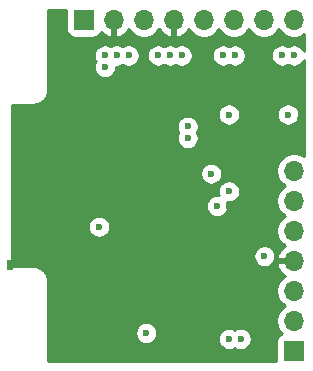
<source format=gbr>
G04 #@! TF.GenerationSoftware,KiCad,Pcbnew,(5.1.5)-3*
G04 #@! TF.CreationDate,2020-11-27T19:53:37+01:00*
G04 #@! TF.ProjectId,nRF52832-toyboard,6e524635-3238-4333-922d-746f79626f61,rev?*
G04 #@! TF.SameCoordinates,Original*
G04 #@! TF.FileFunction,Copper,L2,Inr*
G04 #@! TF.FilePolarity,Positive*
%FSLAX46Y46*%
G04 Gerber Fmt 4.6, Leading zero omitted, Abs format (unit mm)*
G04 Created by KiCad (PCBNEW (5.1.5)-3) date 2020-11-27 19:53:37*
%MOMM*%
%LPD*%
G04 APERTURE LIST*
%ADD10O,1.700000X1.700000*%
%ADD11R,1.700000X1.700000*%
%ADD12R,0.500000X0.900000*%
%ADD13C,0.600000*%
%ADD14C,0.254000*%
G04 APERTURE END LIST*
D10*
X154000000Y-98760000D03*
X154000000Y-101300000D03*
X154000000Y-103840000D03*
X154000000Y-106380000D03*
X154000000Y-108920000D03*
X154000000Y-111460000D03*
D11*
X154000000Y-114000000D03*
D10*
X154000000Y-86000000D03*
X151460000Y-86000000D03*
X148920000Y-86000000D03*
X146380000Y-86000000D03*
X143840000Y-86000000D03*
X141300000Y-86000000D03*
X138760000Y-86000000D03*
D11*
X136220000Y-86000000D03*
D12*
X130000000Y-106750000D03*
D13*
X133500000Y-114500000D03*
X133500000Y-109500000D03*
X133500000Y-85500000D03*
X133500000Y-88000000D03*
X130500000Y-93500000D03*
X130500000Y-97000000D03*
X130500000Y-99000000D03*
X130500000Y-101000000D03*
X130500000Y-103000000D03*
X154500000Y-91000000D03*
X154500000Y-92000000D03*
X149500000Y-91000000D03*
X149500000Y-92000000D03*
X130500000Y-95000000D03*
X150500000Y-110500000D03*
X151500000Y-111500000D03*
X151500000Y-112500000D03*
X150500000Y-109500000D03*
X136500000Y-108500000D03*
X136500000Y-109500000D03*
X143000000Y-111500000D03*
X143000000Y-112500000D03*
X151000000Y-104000000D03*
X151000000Y-96500000D03*
X148500000Y-106000000D03*
X145000000Y-91000000D03*
X145000000Y-92000000D03*
X145000000Y-93000000D03*
X145000000Y-94000000D03*
X148500000Y-101750000D03*
X134750000Y-111750000D03*
X140250000Y-114500000D03*
X146000000Y-105000000D03*
X133500000Y-105750000D03*
X134500000Y-106500000D03*
X135000000Y-104000000D03*
X136000000Y-105000000D03*
X134000000Y-103000000D03*
X132500000Y-103000000D03*
X131000000Y-106750000D03*
X133500000Y-112000000D03*
X136500000Y-107500000D03*
X132500000Y-106750000D03*
X139500000Y-88000000D03*
X138500000Y-88000000D03*
X135500000Y-95000000D03*
X134500000Y-95000000D03*
X146000000Y-106250000D03*
X146000000Y-107750000D03*
X142000000Y-105000000D03*
X142000000Y-106250000D03*
X143250000Y-106250000D03*
X144750000Y-106250000D03*
X144750000Y-105000000D03*
X143250000Y-105000000D03*
X146000000Y-109000000D03*
X142000000Y-109000000D03*
X142000000Y-107750000D03*
X143250000Y-107750000D03*
X144750000Y-107750000D03*
X144750000Y-109000000D03*
X143250000Y-109000000D03*
X142000000Y-114500000D03*
X149000000Y-114500000D03*
X151500000Y-114500000D03*
X154500000Y-96000000D03*
X154500000Y-94500000D03*
X135500000Y-107500000D03*
X144000000Y-88000000D03*
X143000000Y-88000000D03*
X137500000Y-103500000D03*
X145000000Y-95000000D03*
X145000000Y-96000000D03*
X148500000Y-94000000D03*
X153500000Y-94000000D03*
X141500000Y-112500000D03*
X148500000Y-113000000D03*
X149500000Y-113000000D03*
X147500000Y-101750000D03*
X140000000Y-89000000D03*
X139000000Y-89000000D03*
X138000000Y-89000000D03*
X138000000Y-90000000D03*
X143500000Y-89000000D03*
X144500000Y-89000000D03*
X142500000Y-89000000D03*
X154000000Y-89000000D03*
X153000000Y-89000000D03*
X148000000Y-89000000D03*
X149000000Y-89000000D03*
X151500000Y-106000000D03*
X148500000Y-100500000D03*
X147000000Y-99000000D03*
D14*
G36*
X134731928Y-86850000D02*
G01*
X134744188Y-86974482D01*
X134780498Y-87094180D01*
X134839463Y-87204494D01*
X134918815Y-87301185D01*
X135015506Y-87380537D01*
X135125820Y-87439502D01*
X135245518Y-87475812D01*
X135370000Y-87488072D01*
X137070000Y-87488072D01*
X137194482Y-87475812D01*
X137314180Y-87439502D01*
X137424494Y-87380537D01*
X137521185Y-87301185D01*
X137600537Y-87204494D01*
X137659502Y-87094180D01*
X137683966Y-87013534D01*
X137759731Y-87097588D01*
X137993080Y-87271641D01*
X138255901Y-87396825D01*
X138403110Y-87441476D01*
X138633000Y-87320155D01*
X138633000Y-86127000D01*
X138613000Y-86127000D01*
X138613000Y-85873000D01*
X138633000Y-85873000D01*
X138633000Y-85853000D01*
X138887000Y-85853000D01*
X138887000Y-85873000D01*
X138907000Y-85873000D01*
X138907000Y-86127000D01*
X138887000Y-86127000D01*
X138887000Y-87320155D01*
X139116890Y-87441476D01*
X139264099Y-87396825D01*
X139526920Y-87271641D01*
X139760269Y-87097588D01*
X139955178Y-86881355D01*
X140024805Y-86764466D01*
X140146525Y-86946632D01*
X140353368Y-87153475D01*
X140596589Y-87315990D01*
X140866842Y-87427932D01*
X141153740Y-87485000D01*
X141446260Y-87485000D01*
X141733158Y-87427932D01*
X142003411Y-87315990D01*
X142246632Y-87153475D01*
X142453475Y-86946632D01*
X142575195Y-86764466D01*
X142644822Y-86881355D01*
X142839731Y-87097588D01*
X143073080Y-87271641D01*
X143335901Y-87396825D01*
X143483110Y-87441476D01*
X143713000Y-87320155D01*
X143713000Y-86127000D01*
X143693000Y-86127000D01*
X143693000Y-85873000D01*
X143713000Y-85873000D01*
X143713000Y-85853000D01*
X143967000Y-85853000D01*
X143967000Y-85873000D01*
X143987000Y-85873000D01*
X143987000Y-86127000D01*
X143967000Y-86127000D01*
X143967000Y-87320155D01*
X144196890Y-87441476D01*
X144344099Y-87396825D01*
X144606920Y-87271641D01*
X144840269Y-87097588D01*
X145035178Y-86881355D01*
X145104805Y-86764466D01*
X145226525Y-86946632D01*
X145433368Y-87153475D01*
X145676589Y-87315990D01*
X145946842Y-87427932D01*
X146233740Y-87485000D01*
X146526260Y-87485000D01*
X146813158Y-87427932D01*
X147083411Y-87315990D01*
X147326632Y-87153475D01*
X147533475Y-86946632D01*
X147650000Y-86772240D01*
X147766525Y-86946632D01*
X147973368Y-87153475D01*
X148216589Y-87315990D01*
X148486842Y-87427932D01*
X148773740Y-87485000D01*
X149066260Y-87485000D01*
X149353158Y-87427932D01*
X149623411Y-87315990D01*
X149866632Y-87153475D01*
X150073475Y-86946632D01*
X150190000Y-86772240D01*
X150306525Y-86946632D01*
X150513368Y-87153475D01*
X150756589Y-87315990D01*
X151026842Y-87427932D01*
X151313740Y-87485000D01*
X151606260Y-87485000D01*
X151893158Y-87427932D01*
X152163411Y-87315990D01*
X152406632Y-87153475D01*
X152613475Y-86946632D01*
X152730000Y-86772240D01*
X152846525Y-86946632D01*
X153053368Y-87153475D01*
X153296589Y-87315990D01*
X153566842Y-87427932D01*
X153853740Y-87485000D01*
X154146260Y-87485000D01*
X154433158Y-87427932D01*
X154703411Y-87315990D01*
X154840001Y-87224724D01*
X154840001Y-88584669D01*
X154828586Y-88557111D01*
X154726262Y-88403972D01*
X154596028Y-88273738D01*
X154442889Y-88171414D01*
X154272729Y-88100932D01*
X154092089Y-88065000D01*
X153907911Y-88065000D01*
X153727271Y-88100932D01*
X153557111Y-88171414D01*
X153500000Y-88209574D01*
X153442889Y-88171414D01*
X153272729Y-88100932D01*
X153092089Y-88065000D01*
X152907911Y-88065000D01*
X152727271Y-88100932D01*
X152557111Y-88171414D01*
X152403972Y-88273738D01*
X152273738Y-88403972D01*
X152171414Y-88557111D01*
X152100932Y-88727271D01*
X152065000Y-88907911D01*
X152065000Y-89092089D01*
X152100932Y-89272729D01*
X152171414Y-89442889D01*
X152273738Y-89596028D01*
X152403972Y-89726262D01*
X152557111Y-89828586D01*
X152727271Y-89899068D01*
X152907911Y-89935000D01*
X153092089Y-89935000D01*
X153272729Y-89899068D01*
X153442889Y-89828586D01*
X153500000Y-89790426D01*
X153557111Y-89828586D01*
X153727271Y-89899068D01*
X153907911Y-89935000D01*
X154092089Y-89935000D01*
X154272729Y-89899068D01*
X154442889Y-89828586D01*
X154596028Y-89726262D01*
X154726262Y-89596028D01*
X154828586Y-89442889D01*
X154840001Y-89415331D01*
X154840001Y-97535276D01*
X154703411Y-97444010D01*
X154433158Y-97332068D01*
X154146260Y-97275000D01*
X153853740Y-97275000D01*
X153566842Y-97332068D01*
X153296589Y-97444010D01*
X153053368Y-97606525D01*
X152846525Y-97813368D01*
X152684010Y-98056589D01*
X152572068Y-98326842D01*
X152515000Y-98613740D01*
X152515000Y-98906260D01*
X152572068Y-99193158D01*
X152684010Y-99463411D01*
X152846525Y-99706632D01*
X153053368Y-99913475D01*
X153227760Y-100030000D01*
X153053368Y-100146525D01*
X152846525Y-100353368D01*
X152684010Y-100596589D01*
X152572068Y-100866842D01*
X152515000Y-101153740D01*
X152515000Y-101446260D01*
X152572068Y-101733158D01*
X152684010Y-102003411D01*
X152846525Y-102246632D01*
X153053368Y-102453475D01*
X153227760Y-102570000D01*
X153053368Y-102686525D01*
X152846525Y-102893368D01*
X152684010Y-103136589D01*
X152572068Y-103406842D01*
X152515000Y-103693740D01*
X152515000Y-103986260D01*
X152572068Y-104273158D01*
X152684010Y-104543411D01*
X152846525Y-104786632D01*
X153053368Y-104993475D01*
X153235534Y-105115195D01*
X153118645Y-105184822D01*
X152902412Y-105379731D01*
X152728359Y-105613080D01*
X152603175Y-105875901D01*
X152558524Y-106023110D01*
X152679845Y-106253000D01*
X153873000Y-106253000D01*
X153873000Y-106233000D01*
X154127000Y-106233000D01*
X154127000Y-106253000D01*
X154147000Y-106253000D01*
X154147000Y-106507000D01*
X154127000Y-106507000D01*
X154127000Y-106527000D01*
X153873000Y-106527000D01*
X153873000Y-106507000D01*
X152679845Y-106507000D01*
X152558524Y-106736890D01*
X152603175Y-106884099D01*
X152728359Y-107146920D01*
X152902412Y-107380269D01*
X153118645Y-107575178D01*
X153235534Y-107644805D01*
X153053368Y-107766525D01*
X152846525Y-107973368D01*
X152684010Y-108216589D01*
X152572068Y-108486842D01*
X152515000Y-108773740D01*
X152515000Y-109066260D01*
X152572068Y-109353158D01*
X152684010Y-109623411D01*
X152846525Y-109866632D01*
X153053368Y-110073475D01*
X153227760Y-110190000D01*
X153053368Y-110306525D01*
X152846525Y-110513368D01*
X152684010Y-110756589D01*
X152572068Y-111026842D01*
X152515000Y-111313740D01*
X152515000Y-111606260D01*
X152572068Y-111893158D01*
X152684010Y-112163411D01*
X152846525Y-112406632D01*
X152978380Y-112538487D01*
X152905820Y-112560498D01*
X152795506Y-112619463D01*
X152698815Y-112698815D01*
X152619463Y-112795506D01*
X152560498Y-112905820D01*
X152524188Y-113025518D01*
X152511928Y-113150000D01*
X152511928Y-114840000D01*
X133160000Y-114840000D01*
X133160000Y-112407911D01*
X140565000Y-112407911D01*
X140565000Y-112592089D01*
X140600932Y-112772729D01*
X140671414Y-112942889D01*
X140773738Y-113096028D01*
X140903972Y-113226262D01*
X141057111Y-113328586D01*
X141227271Y-113399068D01*
X141407911Y-113435000D01*
X141592089Y-113435000D01*
X141772729Y-113399068D01*
X141942889Y-113328586D01*
X142096028Y-113226262D01*
X142226262Y-113096028D01*
X142328586Y-112942889D01*
X142343074Y-112907911D01*
X147565000Y-112907911D01*
X147565000Y-113092089D01*
X147600932Y-113272729D01*
X147671414Y-113442889D01*
X147773738Y-113596028D01*
X147903972Y-113726262D01*
X148057111Y-113828586D01*
X148227271Y-113899068D01*
X148407911Y-113935000D01*
X148592089Y-113935000D01*
X148772729Y-113899068D01*
X148942889Y-113828586D01*
X149000000Y-113790426D01*
X149057111Y-113828586D01*
X149227271Y-113899068D01*
X149407911Y-113935000D01*
X149592089Y-113935000D01*
X149772729Y-113899068D01*
X149942889Y-113828586D01*
X150096028Y-113726262D01*
X150226262Y-113596028D01*
X150328586Y-113442889D01*
X150399068Y-113272729D01*
X150435000Y-113092089D01*
X150435000Y-112907911D01*
X150399068Y-112727271D01*
X150328586Y-112557111D01*
X150226262Y-112403972D01*
X150096028Y-112273738D01*
X149942889Y-112171414D01*
X149772729Y-112100932D01*
X149592089Y-112065000D01*
X149407911Y-112065000D01*
X149227271Y-112100932D01*
X149057111Y-112171414D01*
X149000000Y-112209574D01*
X148942889Y-112171414D01*
X148772729Y-112100932D01*
X148592089Y-112065000D01*
X148407911Y-112065000D01*
X148227271Y-112100932D01*
X148057111Y-112171414D01*
X147903972Y-112273738D01*
X147773738Y-112403972D01*
X147671414Y-112557111D01*
X147600932Y-112727271D01*
X147565000Y-112907911D01*
X142343074Y-112907911D01*
X142399068Y-112772729D01*
X142435000Y-112592089D01*
X142435000Y-112407911D01*
X142399068Y-112227271D01*
X142328586Y-112057111D01*
X142226262Y-111903972D01*
X142096028Y-111773738D01*
X141942889Y-111671414D01*
X141772729Y-111600932D01*
X141592089Y-111565000D01*
X141407911Y-111565000D01*
X141227271Y-111600932D01*
X141057111Y-111671414D01*
X140903972Y-111773738D01*
X140773738Y-111903972D01*
X140671414Y-112057111D01*
X140600932Y-112227271D01*
X140565000Y-112407911D01*
X133160000Y-112407911D01*
X133160000Y-107967581D01*
X133157251Y-107939671D01*
X133157272Y-107936693D01*
X133156373Y-107927522D01*
X133151311Y-107879360D01*
X133150450Y-107870617D01*
X133150362Y-107870325D01*
X133146173Y-107830473D01*
X133134140Y-107771854D01*
X133122936Y-107713116D01*
X133120272Y-107704294D01*
X133091416Y-107611075D01*
X133068238Y-107555937D01*
X133045825Y-107500463D01*
X133041498Y-107492327D01*
X132995085Y-107406489D01*
X132961645Y-107356913D01*
X132928881Y-107306844D01*
X132923057Y-107299703D01*
X132860855Y-107224514D01*
X132818406Y-107182361D01*
X132776561Y-107139629D01*
X132769460Y-107133755D01*
X132693839Y-107072079D01*
X132644034Y-107038988D01*
X132594650Y-107005174D01*
X132586544Y-107000792D01*
X132500383Y-106954980D01*
X132445091Y-106932191D01*
X132390102Y-106908622D01*
X132381299Y-106905897D01*
X132287881Y-106877692D01*
X132229174Y-106866067D01*
X132170684Y-106853635D01*
X132161530Y-106852673D01*
X132161524Y-106852672D01*
X132161519Y-106852672D01*
X132064402Y-106843150D01*
X132032419Y-106840000D01*
X130127000Y-106840000D01*
X130127000Y-105907911D01*
X150565000Y-105907911D01*
X150565000Y-106092089D01*
X150600932Y-106272729D01*
X150671414Y-106442889D01*
X150773738Y-106596028D01*
X150903972Y-106726262D01*
X151057111Y-106828586D01*
X151227271Y-106899068D01*
X151407911Y-106935000D01*
X151592089Y-106935000D01*
X151772729Y-106899068D01*
X151942889Y-106828586D01*
X152096028Y-106726262D01*
X152226262Y-106596028D01*
X152328586Y-106442889D01*
X152399068Y-106272729D01*
X152435000Y-106092089D01*
X152435000Y-105907911D01*
X152399068Y-105727271D01*
X152328586Y-105557111D01*
X152226262Y-105403972D01*
X152096028Y-105273738D01*
X151942889Y-105171414D01*
X151772729Y-105100932D01*
X151592089Y-105065000D01*
X151407911Y-105065000D01*
X151227271Y-105100932D01*
X151057111Y-105171414D01*
X150903972Y-105273738D01*
X150773738Y-105403972D01*
X150671414Y-105557111D01*
X150600932Y-105727271D01*
X150565000Y-105907911D01*
X130127000Y-105907911D01*
X130127000Y-103407911D01*
X136565000Y-103407911D01*
X136565000Y-103592089D01*
X136600932Y-103772729D01*
X136671414Y-103942889D01*
X136773738Y-104096028D01*
X136903972Y-104226262D01*
X137057111Y-104328586D01*
X137227271Y-104399068D01*
X137407911Y-104435000D01*
X137592089Y-104435000D01*
X137772729Y-104399068D01*
X137942889Y-104328586D01*
X138096028Y-104226262D01*
X138226262Y-104096028D01*
X138328586Y-103942889D01*
X138399068Y-103772729D01*
X138435000Y-103592089D01*
X138435000Y-103407911D01*
X138399068Y-103227271D01*
X138328586Y-103057111D01*
X138226262Y-102903972D01*
X138096028Y-102773738D01*
X137942889Y-102671414D01*
X137772729Y-102600932D01*
X137592089Y-102565000D01*
X137407911Y-102565000D01*
X137227271Y-102600932D01*
X137057111Y-102671414D01*
X136903972Y-102773738D01*
X136773738Y-102903972D01*
X136671414Y-103057111D01*
X136600932Y-103227271D01*
X136565000Y-103407911D01*
X130127000Y-103407911D01*
X130127000Y-101657911D01*
X146565000Y-101657911D01*
X146565000Y-101842089D01*
X146600932Y-102022729D01*
X146671414Y-102192889D01*
X146773738Y-102346028D01*
X146903972Y-102476262D01*
X147057111Y-102578586D01*
X147227271Y-102649068D01*
X147407911Y-102685000D01*
X147592089Y-102685000D01*
X147772729Y-102649068D01*
X147942889Y-102578586D01*
X148096028Y-102476262D01*
X148226262Y-102346028D01*
X148328586Y-102192889D01*
X148399068Y-102022729D01*
X148435000Y-101842089D01*
X148435000Y-101657911D01*
X148399068Y-101477271D01*
X148379193Y-101429288D01*
X148407911Y-101435000D01*
X148592089Y-101435000D01*
X148772729Y-101399068D01*
X148942889Y-101328586D01*
X149096028Y-101226262D01*
X149226262Y-101096028D01*
X149328586Y-100942889D01*
X149399068Y-100772729D01*
X149435000Y-100592089D01*
X149435000Y-100407911D01*
X149399068Y-100227271D01*
X149328586Y-100057111D01*
X149226262Y-99903972D01*
X149096028Y-99773738D01*
X148942889Y-99671414D01*
X148772729Y-99600932D01*
X148592089Y-99565000D01*
X148407911Y-99565000D01*
X148227271Y-99600932D01*
X148057111Y-99671414D01*
X147903972Y-99773738D01*
X147773738Y-99903972D01*
X147671414Y-100057111D01*
X147600932Y-100227271D01*
X147565000Y-100407911D01*
X147565000Y-100592089D01*
X147600932Y-100772729D01*
X147620807Y-100820712D01*
X147592089Y-100815000D01*
X147407911Y-100815000D01*
X147227271Y-100850932D01*
X147057111Y-100921414D01*
X146903972Y-101023738D01*
X146773738Y-101153972D01*
X146671414Y-101307111D01*
X146600932Y-101477271D01*
X146565000Y-101657911D01*
X130127000Y-101657911D01*
X130127000Y-98907911D01*
X146065000Y-98907911D01*
X146065000Y-99092089D01*
X146100932Y-99272729D01*
X146171414Y-99442889D01*
X146273738Y-99596028D01*
X146403972Y-99726262D01*
X146557111Y-99828586D01*
X146727271Y-99899068D01*
X146907911Y-99935000D01*
X147092089Y-99935000D01*
X147272729Y-99899068D01*
X147442889Y-99828586D01*
X147596028Y-99726262D01*
X147726262Y-99596028D01*
X147828586Y-99442889D01*
X147899068Y-99272729D01*
X147935000Y-99092089D01*
X147935000Y-98907911D01*
X147899068Y-98727271D01*
X147828586Y-98557111D01*
X147726262Y-98403972D01*
X147596028Y-98273738D01*
X147442889Y-98171414D01*
X147272729Y-98100932D01*
X147092089Y-98065000D01*
X146907911Y-98065000D01*
X146727271Y-98100932D01*
X146557111Y-98171414D01*
X146403972Y-98273738D01*
X146273738Y-98403972D01*
X146171414Y-98557111D01*
X146100932Y-98727271D01*
X146065000Y-98907911D01*
X130127000Y-98907911D01*
X130127000Y-94907911D01*
X144065000Y-94907911D01*
X144065000Y-95092089D01*
X144100932Y-95272729D01*
X144171414Y-95442889D01*
X144209574Y-95500000D01*
X144171414Y-95557111D01*
X144100932Y-95727271D01*
X144065000Y-95907911D01*
X144065000Y-96092089D01*
X144100932Y-96272729D01*
X144171414Y-96442889D01*
X144273738Y-96596028D01*
X144403972Y-96726262D01*
X144557111Y-96828586D01*
X144727271Y-96899068D01*
X144907911Y-96935000D01*
X145092089Y-96935000D01*
X145272729Y-96899068D01*
X145442889Y-96828586D01*
X145596028Y-96726262D01*
X145726262Y-96596028D01*
X145828586Y-96442889D01*
X145899068Y-96272729D01*
X145935000Y-96092089D01*
X145935000Y-95907911D01*
X145899068Y-95727271D01*
X145828586Y-95557111D01*
X145790426Y-95500000D01*
X145828586Y-95442889D01*
X145899068Y-95272729D01*
X145935000Y-95092089D01*
X145935000Y-94907911D01*
X145899068Y-94727271D01*
X145828586Y-94557111D01*
X145726262Y-94403972D01*
X145596028Y-94273738D01*
X145442889Y-94171414D01*
X145272729Y-94100932D01*
X145092089Y-94065000D01*
X144907911Y-94065000D01*
X144727271Y-94100932D01*
X144557111Y-94171414D01*
X144403972Y-94273738D01*
X144273738Y-94403972D01*
X144171414Y-94557111D01*
X144100932Y-94727271D01*
X144065000Y-94907911D01*
X130127000Y-94907911D01*
X130127000Y-93907911D01*
X147565000Y-93907911D01*
X147565000Y-94092089D01*
X147600932Y-94272729D01*
X147671414Y-94442889D01*
X147773738Y-94596028D01*
X147903972Y-94726262D01*
X148057111Y-94828586D01*
X148227271Y-94899068D01*
X148407911Y-94935000D01*
X148592089Y-94935000D01*
X148772729Y-94899068D01*
X148942889Y-94828586D01*
X149096028Y-94726262D01*
X149226262Y-94596028D01*
X149328586Y-94442889D01*
X149399068Y-94272729D01*
X149435000Y-94092089D01*
X149435000Y-93907911D01*
X152565000Y-93907911D01*
X152565000Y-94092089D01*
X152600932Y-94272729D01*
X152671414Y-94442889D01*
X152773738Y-94596028D01*
X152903972Y-94726262D01*
X153057111Y-94828586D01*
X153227271Y-94899068D01*
X153407911Y-94935000D01*
X153592089Y-94935000D01*
X153772729Y-94899068D01*
X153942889Y-94828586D01*
X154096028Y-94726262D01*
X154226262Y-94596028D01*
X154328586Y-94442889D01*
X154399068Y-94272729D01*
X154435000Y-94092089D01*
X154435000Y-93907911D01*
X154399068Y-93727271D01*
X154328586Y-93557111D01*
X154226262Y-93403972D01*
X154096028Y-93273738D01*
X153942889Y-93171414D01*
X153772729Y-93100932D01*
X153592089Y-93065000D01*
X153407911Y-93065000D01*
X153227271Y-93100932D01*
X153057111Y-93171414D01*
X152903972Y-93273738D01*
X152773738Y-93403972D01*
X152671414Y-93557111D01*
X152600932Y-93727271D01*
X152565000Y-93907911D01*
X149435000Y-93907911D01*
X149399068Y-93727271D01*
X149328586Y-93557111D01*
X149226262Y-93403972D01*
X149096028Y-93273738D01*
X148942889Y-93171414D01*
X148772729Y-93100932D01*
X148592089Y-93065000D01*
X148407911Y-93065000D01*
X148227271Y-93100932D01*
X148057111Y-93171414D01*
X147903972Y-93273738D01*
X147773738Y-93403972D01*
X147671414Y-93557111D01*
X147600932Y-93727271D01*
X147565000Y-93907911D01*
X130127000Y-93907911D01*
X130127000Y-93160000D01*
X132032419Y-93160000D01*
X132060329Y-93157251D01*
X132063308Y-93157272D01*
X132072479Y-93156373D01*
X132120648Y-93151310D01*
X132129383Y-93150450D01*
X132129674Y-93150362D01*
X132169527Y-93146173D01*
X132228152Y-93134139D01*
X132286884Y-93122936D01*
X132295706Y-93120272D01*
X132388925Y-93091416D01*
X132444075Y-93068233D01*
X132499537Y-93045825D01*
X132507666Y-93041502D01*
X132507670Y-93041500D01*
X132507673Y-93041498D01*
X132593511Y-92995086D01*
X132643098Y-92961638D01*
X132693156Y-92928881D01*
X132700297Y-92923057D01*
X132775486Y-92860855D01*
X132817639Y-92818406D01*
X132860371Y-92776561D01*
X132866245Y-92769460D01*
X132927921Y-92693840D01*
X132961052Y-92643975D01*
X132994825Y-92594650D01*
X132999208Y-92586544D01*
X133045020Y-92500383D01*
X133067809Y-92445091D01*
X133091378Y-92390102D01*
X133094103Y-92381299D01*
X133122308Y-92287881D01*
X133133933Y-92229174D01*
X133146365Y-92170684D01*
X133147327Y-92161530D01*
X133147328Y-92161524D01*
X133147328Y-92161519D01*
X133156850Y-92064402D01*
X133160000Y-92032419D01*
X133160000Y-88907911D01*
X137065000Y-88907911D01*
X137065000Y-89092089D01*
X137100932Y-89272729D01*
X137171414Y-89442889D01*
X137209574Y-89500000D01*
X137171414Y-89557111D01*
X137100932Y-89727271D01*
X137065000Y-89907911D01*
X137065000Y-90092089D01*
X137100932Y-90272729D01*
X137171414Y-90442889D01*
X137273738Y-90596028D01*
X137403972Y-90726262D01*
X137557111Y-90828586D01*
X137727271Y-90899068D01*
X137907911Y-90935000D01*
X138092089Y-90935000D01*
X138272729Y-90899068D01*
X138442889Y-90828586D01*
X138596028Y-90726262D01*
X138726262Y-90596028D01*
X138828586Y-90442889D01*
X138899068Y-90272729D01*
X138935000Y-90092089D01*
X138935000Y-89935000D01*
X139092089Y-89935000D01*
X139272729Y-89899068D01*
X139442889Y-89828586D01*
X139500000Y-89790426D01*
X139557111Y-89828586D01*
X139727271Y-89899068D01*
X139907911Y-89935000D01*
X140092089Y-89935000D01*
X140272729Y-89899068D01*
X140442889Y-89828586D01*
X140596028Y-89726262D01*
X140726262Y-89596028D01*
X140828586Y-89442889D01*
X140899068Y-89272729D01*
X140935000Y-89092089D01*
X140935000Y-88907911D01*
X141565000Y-88907911D01*
X141565000Y-89092089D01*
X141600932Y-89272729D01*
X141671414Y-89442889D01*
X141773738Y-89596028D01*
X141903972Y-89726262D01*
X142057111Y-89828586D01*
X142227271Y-89899068D01*
X142407911Y-89935000D01*
X142592089Y-89935000D01*
X142772729Y-89899068D01*
X142942889Y-89828586D01*
X143000000Y-89790426D01*
X143057111Y-89828586D01*
X143227271Y-89899068D01*
X143407911Y-89935000D01*
X143592089Y-89935000D01*
X143772729Y-89899068D01*
X143942889Y-89828586D01*
X144000000Y-89790426D01*
X144057111Y-89828586D01*
X144227271Y-89899068D01*
X144407911Y-89935000D01*
X144592089Y-89935000D01*
X144772729Y-89899068D01*
X144942889Y-89828586D01*
X145096028Y-89726262D01*
X145226262Y-89596028D01*
X145328586Y-89442889D01*
X145399068Y-89272729D01*
X145435000Y-89092089D01*
X145435000Y-88907911D01*
X147065000Y-88907911D01*
X147065000Y-89092089D01*
X147100932Y-89272729D01*
X147171414Y-89442889D01*
X147273738Y-89596028D01*
X147403972Y-89726262D01*
X147557111Y-89828586D01*
X147727271Y-89899068D01*
X147907911Y-89935000D01*
X148092089Y-89935000D01*
X148272729Y-89899068D01*
X148442889Y-89828586D01*
X148500000Y-89790426D01*
X148557111Y-89828586D01*
X148727271Y-89899068D01*
X148907911Y-89935000D01*
X149092089Y-89935000D01*
X149272729Y-89899068D01*
X149442889Y-89828586D01*
X149596028Y-89726262D01*
X149726262Y-89596028D01*
X149828586Y-89442889D01*
X149899068Y-89272729D01*
X149935000Y-89092089D01*
X149935000Y-88907911D01*
X149899068Y-88727271D01*
X149828586Y-88557111D01*
X149726262Y-88403972D01*
X149596028Y-88273738D01*
X149442889Y-88171414D01*
X149272729Y-88100932D01*
X149092089Y-88065000D01*
X148907911Y-88065000D01*
X148727271Y-88100932D01*
X148557111Y-88171414D01*
X148500000Y-88209574D01*
X148442889Y-88171414D01*
X148272729Y-88100932D01*
X148092089Y-88065000D01*
X147907911Y-88065000D01*
X147727271Y-88100932D01*
X147557111Y-88171414D01*
X147403972Y-88273738D01*
X147273738Y-88403972D01*
X147171414Y-88557111D01*
X147100932Y-88727271D01*
X147065000Y-88907911D01*
X145435000Y-88907911D01*
X145399068Y-88727271D01*
X145328586Y-88557111D01*
X145226262Y-88403972D01*
X145096028Y-88273738D01*
X144942889Y-88171414D01*
X144772729Y-88100932D01*
X144592089Y-88065000D01*
X144407911Y-88065000D01*
X144227271Y-88100932D01*
X144057111Y-88171414D01*
X144000000Y-88209574D01*
X143942889Y-88171414D01*
X143772729Y-88100932D01*
X143592089Y-88065000D01*
X143407911Y-88065000D01*
X143227271Y-88100932D01*
X143057111Y-88171414D01*
X143000000Y-88209574D01*
X142942889Y-88171414D01*
X142772729Y-88100932D01*
X142592089Y-88065000D01*
X142407911Y-88065000D01*
X142227271Y-88100932D01*
X142057111Y-88171414D01*
X141903972Y-88273738D01*
X141773738Y-88403972D01*
X141671414Y-88557111D01*
X141600932Y-88727271D01*
X141565000Y-88907911D01*
X140935000Y-88907911D01*
X140899068Y-88727271D01*
X140828586Y-88557111D01*
X140726262Y-88403972D01*
X140596028Y-88273738D01*
X140442889Y-88171414D01*
X140272729Y-88100932D01*
X140092089Y-88065000D01*
X139907911Y-88065000D01*
X139727271Y-88100932D01*
X139557111Y-88171414D01*
X139500000Y-88209574D01*
X139442889Y-88171414D01*
X139272729Y-88100932D01*
X139092089Y-88065000D01*
X138907911Y-88065000D01*
X138727271Y-88100932D01*
X138557111Y-88171414D01*
X138500000Y-88209574D01*
X138442889Y-88171414D01*
X138272729Y-88100932D01*
X138092089Y-88065000D01*
X137907911Y-88065000D01*
X137727271Y-88100932D01*
X137557111Y-88171414D01*
X137403972Y-88273738D01*
X137273738Y-88403972D01*
X137171414Y-88557111D01*
X137100932Y-88727271D01*
X137065000Y-88907911D01*
X133160000Y-88907911D01*
X133160000Y-85160000D01*
X134731928Y-85160000D01*
X134731928Y-86850000D01*
G37*
X134731928Y-86850000D02*
X134744188Y-86974482D01*
X134780498Y-87094180D01*
X134839463Y-87204494D01*
X134918815Y-87301185D01*
X135015506Y-87380537D01*
X135125820Y-87439502D01*
X135245518Y-87475812D01*
X135370000Y-87488072D01*
X137070000Y-87488072D01*
X137194482Y-87475812D01*
X137314180Y-87439502D01*
X137424494Y-87380537D01*
X137521185Y-87301185D01*
X137600537Y-87204494D01*
X137659502Y-87094180D01*
X137683966Y-87013534D01*
X137759731Y-87097588D01*
X137993080Y-87271641D01*
X138255901Y-87396825D01*
X138403110Y-87441476D01*
X138633000Y-87320155D01*
X138633000Y-86127000D01*
X138613000Y-86127000D01*
X138613000Y-85873000D01*
X138633000Y-85873000D01*
X138633000Y-85853000D01*
X138887000Y-85853000D01*
X138887000Y-85873000D01*
X138907000Y-85873000D01*
X138907000Y-86127000D01*
X138887000Y-86127000D01*
X138887000Y-87320155D01*
X139116890Y-87441476D01*
X139264099Y-87396825D01*
X139526920Y-87271641D01*
X139760269Y-87097588D01*
X139955178Y-86881355D01*
X140024805Y-86764466D01*
X140146525Y-86946632D01*
X140353368Y-87153475D01*
X140596589Y-87315990D01*
X140866842Y-87427932D01*
X141153740Y-87485000D01*
X141446260Y-87485000D01*
X141733158Y-87427932D01*
X142003411Y-87315990D01*
X142246632Y-87153475D01*
X142453475Y-86946632D01*
X142575195Y-86764466D01*
X142644822Y-86881355D01*
X142839731Y-87097588D01*
X143073080Y-87271641D01*
X143335901Y-87396825D01*
X143483110Y-87441476D01*
X143713000Y-87320155D01*
X143713000Y-86127000D01*
X143693000Y-86127000D01*
X143693000Y-85873000D01*
X143713000Y-85873000D01*
X143713000Y-85853000D01*
X143967000Y-85853000D01*
X143967000Y-85873000D01*
X143987000Y-85873000D01*
X143987000Y-86127000D01*
X143967000Y-86127000D01*
X143967000Y-87320155D01*
X144196890Y-87441476D01*
X144344099Y-87396825D01*
X144606920Y-87271641D01*
X144840269Y-87097588D01*
X145035178Y-86881355D01*
X145104805Y-86764466D01*
X145226525Y-86946632D01*
X145433368Y-87153475D01*
X145676589Y-87315990D01*
X145946842Y-87427932D01*
X146233740Y-87485000D01*
X146526260Y-87485000D01*
X146813158Y-87427932D01*
X147083411Y-87315990D01*
X147326632Y-87153475D01*
X147533475Y-86946632D01*
X147650000Y-86772240D01*
X147766525Y-86946632D01*
X147973368Y-87153475D01*
X148216589Y-87315990D01*
X148486842Y-87427932D01*
X148773740Y-87485000D01*
X149066260Y-87485000D01*
X149353158Y-87427932D01*
X149623411Y-87315990D01*
X149866632Y-87153475D01*
X150073475Y-86946632D01*
X150190000Y-86772240D01*
X150306525Y-86946632D01*
X150513368Y-87153475D01*
X150756589Y-87315990D01*
X151026842Y-87427932D01*
X151313740Y-87485000D01*
X151606260Y-87485000D01*
X151893158Y-87427932D01*
X152163411Y-87315990D01*
X152406632Y-87153475D01*
X152613475Y-86946632D01*
X152730000Y-86772240D01*
X152846525Y-86946632D01*
X153053368Y-87153475D01*
X153296589Y-87315990D01*
X153566842Y-87427932D01*
X153853740Y-87485000D01*
X154146260Y-87485000D01*
X154433158Y-87427932D01*
X154703411Y-87315990D01*
X154840001Y-87224724D01*
X154840001Y-88584669D01*
X154828586Y-88557111D01*
X154726262Y-88403972D01*
X154596028Y-88273738D01*
X154442889Y-88171414D01*
X154272729Y-88100932D01*
X154092089Y-88065000D01*
X153907911Y-88065000D01*
X153727271Y-88100932D01*
X153557111Y-88171414D01*
X153500000Y-88209574D01*
X153442889Y-88171414D01*
X153272729Y-88100932D01*
X153092089Y-88065000D01*
X152907911Y-88065000D01*
X152727271Y-88100932D01*
X152557111Y-88171414D01*
X152403972Y-88273738D01*
X152273738Y-88403972D01*
X152171414Y-88557111D01*
X152100932Y-88727271D01*
X152065000Y-88907911D01*
X152065000Y-89092089D01*
X152100932Y-89272729D01*
X152171414Y-89442889D01*
X152273738Y-89596028D01*
X152403972Y-89726262D01*
X152557111Y-89828586D01*
X152727271Y-89899068D01*
X152907911Y-89935000D01*
X153092089Y-89935000D01*
X153272729Y-89899068D01*
X153442889Y-89828586D01*
X153500000Y-89790426D01*
X153557111Y-89828586D01*
X153727271Y-89899068D01*
X153907911Y-89935000D01*
X154092089Y-89935000D01*
X154272729Y-89899068D01*
X154442889Y-89828586D01*
X154596028Y-89726262D01*
X154726262Y-89596028D01*
X154828586Y-89442889D01*
X154840001Y-89415331D01*
X154840001Y-97535276D01*
X154703411Y-97444010D01*
X154433158Y-97332068D01*
X154146260Y-97275000D01*
X153853740Y-97275000D01*
X153566842Y-97332068D01*
X153296589Y-97444010D01*
X153053368Y-97606525D01*
X152846525Y-97813368D01*
X152684010Y-98056589D01*
X152572068Y-98326842D01*
X152515000Y-98613740D01*
X152515000Y-98906260D01*
X152572068Y-99193158D01*
X152684010Y-99463411D01*
X152846525Y-99706632D01*
X153053368Y-99913475D01*
X153227760Y-100030000D01*
X153053368Y-100146525D01*
X152846525Y-100353368D01*
X152684010Y-100596589D01*
X152572068Y-100866842D01*
X152515000Y-101153740D01*
X152515000Y-101446260D01*
X152572068Y-101733158D01*
X152684010Y-102003411D01*
X152846525Y-102246632D01*
X153053368Y-102453475D01*
X153227760Y-102570000D01*
X153053368Y-102686525D01*
X152846525Y-102893368D01*
X152684010Y-103136589D01*
X152572068Y-103406842D01*
X152515000Y-103693740D01*
X152515000Y-103986260D01*
X152572068Y-104273158D01*
X152684010Y-104543411D01*
X152846525Y-104786632D01*
X153053368Y-104993475D01*
X153235534Y-105115195D01*
X153118645Y-105184822D01*
X152902412Y-105379731D01*
X152728359Y-105613080D01*
X152603175Y-105875901D01*
X152558524Y-106023110D01*
X152679845Y-106253000D01*
X153873000Y-106253000D01*
X153873000Y-106233000D01*
X154127000Y-106233000D01*
X154127000Y-106253000D01*
X154147000Y-106253000D01*
X154147000Y-106507000D01*
X154127000Y-106507000D01*
X154127000Y-106527000D01*
X153873000Y-106527000D01*
X153873000Y-106507000D01*
X152679845Y-106507000D01*
X152558524Y-106736890D01*
X152603175Y-106884099D01*
X152728359Y-107146920D01*
X152902412Y-107380269D01*
X153118645Y-107575178D01*
X153235534Y-107644805D01*
X153053368Y-107766525D01*
X152846525Y-107973368D01*
X152684010Y-108216589D01*
X152572068Y-108486842D01*
X152515000Y-108773740D01*
X152515000Y-109066260D01*
X152572068Y-109353158D01*
X152684010Y-109623411D01*
X152846525Y-109866632D01*
X153053368Y-110073475D01*
X153227760Y-110190000D01*
X153053368Y-110306525D01*
X152846525Y-110513368D01*
X152684010Y-110756589D01*
X152572068Y-111026842D01*
X152515000Y-111313740D01*
X152515000Y-111606260D01*
X152572068Y-111893158D01*
X152684010Y-112163411D01*
X152846525Y-112406632D01*
X152978380Y-112538487D01*
X152905820Y-112560498D01*
X152795506Y-112619463D01*
X152698815Y-112698815D01*
X152619463Y-112795506D01*
X152560498Y-112905820D01*
X152524188Y-113025518D01*
X152511928Y-113150000D01*
X152511928Y-114840000D01*
X133160000Y-114840000D01*
X133160000Y-112407911D01*
X140565000Y-112407911D01*
X140565000Y-112592089D01*
X140600932Y-112772729D01*
X140671414Y-112942889D01*
X140773738Y-113096028D01*
X140903972Y-113226262D01*
X141057111Y-113328586D01*
X141227271Y-113399068D01*
X141407911Y-113435000D01*
X141592089Y-113435000D01*
X141772729Y-113399068D01*
X141942889Y-113328586D01*
X142096028Y-113226262D01*
X142226262Y-113096028D01*
X142328586Y-112942889D01*
X142343074Y-112907911D01*
X147565000Y-112907911D01*
X147565000Y-113092089D01*
X147600932Y-113272729D01*
X147671414Y-113442889D01*
X147773738Y-113596028D01*
X147903972Y-113726262D01*
X148057111Y-113828586D01*
X148227271Y-113899068D01*
X148407911Y-113935000D01*
X148592089Y-113935000D01*
X148772729Y-113899068D01*
X148942889Y-113828586D01*
X149000000Y-113790426D01*
X149057111Y-113828586D01*
X149227271Y-113899068D01*
X149407911Y-113935000D01*
X149592089Y-113935000D01*
X149772729Y-113899068D01*
X149942889Y-113828586D01*
X150096028Y-113726262D01*
X150226262Y-113596028D01*
X150328586Y-113442889D01*
X150399068Y-113272729D01*
X150435000Y-113092089D01*
X150435000Y-112907911D01*
X150399068Y-112727271D01*
X150328586Y-112557111D01*
X150226262Y-112403972D01*
X150096028Y-112273738D01*
X149942889Y-112171414D01*
X149772729Y-112100932D01*
X149592089Y-112065000D01*
X149407911Y-112065000D01*
X149227271Y-112100932D01*
X149057111Y-112171414D01*
X149000000Y-112209574D01*
X148942889Y-112171414D01*
X148772729Y-112100932D01*
X148592089Y-112065000D01*
X148407911Y-112065000D01*
X148227271Y-112100932D01*
X148057111Y-112171414D01*
X147903972Y-112273738D01*
X147773738Y-112403972D01*
X147671414Y-112557111D01*
X147600932Y-112727271D01*
X147565000Y-112907911D01*
X142343074Y-112907911D01*
X142399068Y-112772729D01*
X142435000Y-112592089D01*
X142435000Y-112407911D01*
X142399068Y-112227271D01*
X142328586Y-112057111D01*
X142226262Y-111903972D01*
X142096028Y-111773738D01*
X141942889Y-111671414D01*
X141772729Y-111600932D01*
X141592089Y-111565000D01*
X141407911Y-111565000D01*
X141227271Y-111600932D01*
X141057111Y-111671414D01*
X140903972Y-111773738D01*
X140773738Y-111903972D01*
X140671414Y-112057111D01*
X140600932Y-112227271D01*
X140565000Y-112407911D01*
X133160000Y-112407911D01*
X133160000Y-107967581D01*
X133157251Y-107939671D01*
X133157272Y-107936693D01*
X133156373Y-107927522D01*
X133151311Y-107879360D01*
X133150450Y-107870617D01*
X133150362Y-107870325D01*
X133146173Y-107830473D01*
X133134140Y-107771854D01*
X133122936Y-107713116D01*
X133120272Y-107704294D01*
X133091416Y-107611075D01*
X133068238Y-107555937D01*
X133045825Y-107500463D01*
X133041498Y-107492327D01*
X132995085Y-107406489D01*
X132961645Y-107356913D01*
X132928881Y-107306844D01*
X132923057Y-107299703D01*
X132860855Y-107224514D01*
X132818406Y-107182361D01*
X132776561Y-107139629D01*
X132769460Y-107133755D01*
X132693839Y-107072079D01*
X132644034Y-107038988D01*
X132594650Y-107005174D01*
X132586544Y-107000792D01*
X132500383Y-106954980D01*
X132445091Y-106932191D01*
X132390102Y-106908622D01*
X132381299Y-106905897D01*
X132287881Y-106877692D01*
X132229174Y-106866067D01*
X132170684Y-106853635D01*
X132161530Y-106852673D01*
X132161524Y-106852672D01*
X132161519Y-106852672D01*
X132064402Y-106843150D01*
X132032419Y-106840000D01*
X130127000Y-106840000D01*
X130127000Y-105907911D01*
X150565000Y-105907911D01*
X150565000Y-106092089D01*
X150600932Y-106272729D01*
X150671414Y-106442889D01*
X150773738Y-106596028D01*
X150903972Y-106726262D01*
X151057111Y-106828586D01*
X151227271Y-106899068D01*
X151407911Y-106935000D01*
X151592089Y-106935000D01*
X151772729Y-106899068D01*
X151942889Y-106828586D01*
X152096028Y-106726262D01*
X152226262Y-106596028D01*
X152328586Y-106442889D01*
X152399068Y-106272729D01*
X152435000Y-106092089D01*
X152435000Y-105907911D01*
X152399068Y-105727271D01*
X152328586Y-105557111D01*
X152226262Y-105403972D01*
X152096028Y-105273738D01*
X151942889Y-105171414D01*
X151772729Y-105100932D01*
X151592089Y-105065000D01*
X151407911Y-105065000D01*
X151227271Y-105100932D01*
X151057111Y-105171414D01*
X150903972Y-105273738D01*
X150773738Y-105403972D01*
X150671414Y-105557111D01*
X150600932Y-105727271D01*
X150565000Y-105907911D01*
X130127000Y-105907911D01*
X130127000Y-103407911D01*
X136565000Y-103407911D01*
X136565000Y-103592089D01*
X136600932Y-103772729D01*
X136671414Y-103942889D01*
X136773738Y-104096028D01*
X136903972Y-104226262D01*
X137057111Y-104328586D01*
X137227271Y-104399068D01*
X137407911Y-104435000D01*
X137592089Y-104435000D01*
X137772729Y-104399068D01*
X137942889Y-104328586D01*
X138096028Y-104226262D01*
X138226262Y-104096028D01*
X138328586Y-103942889D01*
X138399068Y-103772729D01*
X138435000Y-103592089D01*
X138435000Y-103407911D01*
X138399068Y-103227271D01*
X138328586Y-103057111D01*
X138226262Y-102903972D01*
X138096028Y-102773738D01*
X137942889Y-102671414D01*
X137772729Y-102600932D01*
X137592089Y-102565000D01*
X137407911Y-102565000D01*
X137227271Y-102600932D01*
X137057111Y-102671414D01*
X136903972Y-102773738D01*
X136773738Y-102903972D01*
X136671414Y-103057111D01*
X136600932Y-103227271D01*
X136565000Y-103407911D01*
X130127000Y-103407911D01*
X130127000Y-101657911D01*
X146565000Y-101657911D01*
X146565000Y-101842089D01*
X146600932Y-102022729D01*
X146671414Y-102192889D01*
X146773738Y-102346028D01*
X146903972Y-102476262D01*
X147057111Y-102578586D01*
X147227271Y-102649068D01*
X147407911Y-102685000D01*
X147592089Y-102685000D01*
X147772729Y-102649068D01*
X147942889Y-102578586D01*
X148096028Y-102476262D01*
X148226262Y-102346028D01*
X148328586Y-102192889D01*
X148399068Y-102022729D01*
X148435000Y-101842089D01*
X148435000Y-101657911D01*
X148399068Y-101477271D01*
X148379193Y-101429288D01*
X148407911Y-101435000D01*
X148592089Y-101435000D01*
X148772729Y-101399068D01*
X148942889Y-101328586D01*
X149096028Y-101226262D01*
X149226262Y-101096028D01*
X149328586Y-100942889D01*
X149399068Y-100772729D01*
X149435000Y-100592089D01*
X149435000Y-100407911D01*
X149399068Y-100227271D01*
X149328586Y-100057111D01*
X149226262Y-99903972D01*
X149096028Y-99773738D01*
X148942889Y-99671414D01*
X148772729Y-99600932D01*
X148592089Y-99565000D01*
X148407911Y-99565000D01*
X148227271Y-99600932D01*
X148057111Y-99671414D01*
X147903972Y-99773738D01*
X147773738Y-99903972D01*
X147671414Y-100057111D01*
X147600932Y-100227271D01*
X147565000Y-100407911D01*
X147565000Y-100592089D01*
X147600932Y-100772729D01*
X147620807Y-100820712D01*
X147592089Y-100815000D01*
X147407911Y-100815000D01*
X147227271Y-100850932D01*
X147057111Y-100921414D01*
X146903972Y-101023738D01*
X146773738Y-101153972D01*
X146671414Y-101307111D01*
X146600932Y-101477271D01*
X146565000Y-101657911D01*
X130127000Y-101657911D01*
X130127000Y-98907911D01*
X146065000Y-98907911D01*
X146065000Y-99092089D01*
X146100932Y-99272729D01*
X146171414Y-99442889D01*
X146273738Y-99596028D01*
X146403972Y-99726262D01*
X146557111Y-99828586D01*
X146727271Y-99899068D01*
X146907911Y-99935000D01*
X147092089Y-99935000D01*
X147272729Y-99899068D01*
X147442889Y-99828586D01*
X147596028Y-99726262D01*
X147726262Y-99596028D01*
X147828586Y-99442889D01*
X147899068Y-99272729D01*
X147935000Y-99092089D01*
X147935000Y-98907911D01*
X147899068Y-98727271D01*
X147828586Y-98557111D01*
X147726262Y-98403972D01*
X147596028Y-98273738D01*
X147442889Y-98171414D01*
X147272729Y-98100932D01*
X147092089Y-98065000D01*
X146907911Y-98065000D01*
X146727271Y-98100932D01*
X146557111Y-98171414D01*
X146403972Y-98273738D01*
X146273738Y-98403972D01*
X146171414Y-98557111D01*
X146100932Y-98727271D01*
X146065000Y-98907911D01*
X130127000Y-98907911D01*
X130127000Y-94907911D01*
X144065000Y-94907911D01*
X144065000Y-95092089D01*
X144100932Y-95272729D01*
X144171414Y-95442889D01*
X144209574Y-95500000D01*
X144171414Y-95557111D01*
X144100932Y-95727271D01*
X144065000Y-95907911D01*
X144065000Y-96092089D01*
X144100932Y-96272729D01*
X144171414Y-96442889D01*
X144273738Y-96596028D01*
X144403972Y-96726262D01*
X144557111Y-96828586D01*
X144727271Y-96899068D01*
X144907911Y-96935000D01*
X145092089Y-96935000D01*
X145272729Y-96899068D01*
X145442889Y-96828586D01*
X145596028Y-96726262D01*
X145726262Y-96596028D01*
X145828586Y-96442889D01*
X145899068Y-96272729D01*
X145935000Y-96092089D01*
X145935000Y-95907911D01*
X145899068Y-95727271D01*
X145828586Y-95557111D01*
X145790426Y-95500000D01*
X145828586Y-95442889D01*
X145899068Y-95272729D01*
X145935000Y-95092089D01*
X145935000Y-94907911D01*
X145899068Y-94727271D01*
X145828586Y-94557111D01*
X145726262Y-94403972D01*
X145596028Y-94273738D01*
X145442889Y-94171414D01*
X145272729Y-94100932D01*
X145092089Y-94065000D01*
X144907911Y-94065000D01*
X144727271Y-94100932D01*
X144557111Y-94171414D01*
X144403972Y-94273738D01*
X144273738Y-94403972D01*
X144171414Y-94557111D01*
X144100932Y-94727271D01*
X144065000Y-94907911D01*
X130127000Y-94907911D01*
X130127000Y-93907911D01*
X147565000Y-93907911D01*
X147565000Y-94092089D01*
X147600932Y-94272729D01*
X147671414Y-94442889D01*
X147773738Y-94596028D01*
X147903972Y-94726262D01*
X148057111Y-94828586D01*
X148227271Y-94899068D01*
X148407911Y-94935000D01*
X148592089Y-94935000D01*
X148772729Y-94899068D01*
X148942889Y-94828586D01*
X149096028Y-94726262D01*
X149226262Y-94596028D01*
X149328586Y-94442889D01*
X149399068Y-94272729D01*
X149435000Y-94092089D01*
X149435000Y-93907911D01*
X152565000Y-93907911D01*
X152565000Y-94092089D01*
X152600932Y-94272729D01*
X152671414Y-94442889D01*
X152773738Y-94596028D01*
X152903972Y-94726262D01*
X153057111Y-94828586D01*
X153227271Y-94899068D01*
X153407911Y-94935000D01*
X153592089Y-94935000D01*
X153772729Y-94899068D01*
X153942889Y-94828586D01*
X154096028Y-94726262D01*
X154226262Y-94596028D01*
X154328586Y-94442889D01*
X154399068Y-94272729D01*
X154435000Y-94092089D01*
X154435000Y-93907911D01*
X154399068Y-93727271D01*
X154328586Y-93557111D01*
X154226262Y-93403972D01*
X154096028Y-93273738D01*
X153942889Y-93171414D01*
X153772729Y-93100932D01*
X153592089Y-93065000D01*
X153407911Y-93065000D01*
X153227271Y-93100932D01*
X153057111Y-93171414D01*
X152903972Y-93273738D01*
X152773738Y-93403972D01*
X152671414Y-93557111D01*
X152600932Y-93727271D01*
X152565000Y-93907911D01*
X149435000Y-93907911D01*
X149399068Y-93727271D01*
X149328586Y-93557111D01*
X149226262Y-93403972D01*
X149096028Y-93273738D01*
X148942889Y-93171414D01*
X148772729Y-93100932D01*
X148592089Y-93065000D01*
X148407911Y-93065000D01*
X148227271Y-93100932D01*
X148057111Y-93171414D01*
X147903972Y-93273738D01*
X147773738Y-93403972D01*
X147671414Y-93557111D01*
X147600932Y-93727271D01*
X147565000Y-93907911D01*
X130127000Y-93907911D01*
X130127000Y-93160000D01*
X132032419Y-93160000D01*
X132060329Y-93157251D01*
X132063308Y-93157272D01*
X132072479Y-93156373D01*
X132120648Y-93151310D01*
X132129383Y-93150450D01*
X132129674Y-93150362D01*
X132169527Y-93146173D01*
X132228152Y-93134139D01*
X132286884Y-93122936D01*
X132295706Y-93120272D01*
X132388925Y-93091416D01*
X132444075Y-93068233D01*
X132499537Y-93045825D01*
X132507666Y-93041502D01*
X132507670Y-93041500D01*
X132507673Y-93041498D01*
X132593511Y-92995086D01*
X132643098Y-92961638D01*
X132693156Y-92928881D01*
X132700297Y-92923057D01*
X132775486Y-92860855D01*
X132817639Y-92818406D01*
X132860371Y-92776561D01*
X132866245Y-92769460D01*
X132927921Y-92693840D01*
X132961052Y-92643975D01*
X132994825Y-92594650D01*
X132999208Y-92586544D01*
X133045020Y-92500383D01*
X133067809Y-92445091D01*
X133091378Y-92390102D01*
X133094103Y-92381299D01*
X133122308Y-92287881D01*
X133133933Y-92229174D01*
X133146365Y-92170684D01*
X133147327Y-92161530D01*
X133147328Y-92161524D01*
X133147328Y-92161519D01*
X133156850Y-92064402D01*
X133160000Y-92032419D01*
X133160000Y-88907911D01*
X137065000Y-88907911D01*
X137065000Y-89092089D01*
X137100932Y-89272729D01*
X137171414Y-89442889D01*
X137209574Y-89500000D01*
X137171414Y-89557111D01*
X137100932Y-89727271D01*
X137065000Y-89907911D01*
X137065000Y-90092089D01*
X137100932Y-90272729D01*
X137171414Y-90442889D01*
X137273738Y-90596028D01*
X137403972Y-90726262D01*
X137557111Y-90828586D01*
X137727271Y-90899068D01*
X137907911Y-90935000D01*
X138092089Y-90935000D01*
X138272729Y-90899068D01*
X138442889Y-90828586D01*
X138596028Y-90726262D01*
X138726262Y-90596028D01*
X138828586Y-90442889D01*
X138899068Y-90272729D01*
X138935000Y-90092089D01*
X138935000Y-89935000D01*
X139092089Y-89935000D01*
X139272729Y-89899068D01*
X139442889Y-89828586D01*
X139500000Y-89790426D01*
X139557111Y-89828586D01*
X139727271Y-89899068D01*
X139907911Y-89935000D01*
X140092089Y-89935000D01*
X140272729Y-89899068D01*
X140442889Y-89828586D01*
X140596028Y-89726262D01*
X140726262Y-89596028D01*
X140828586Y-89442889D01*
X140899068Y-89272729D01*
X140935000Y-89092089D01*
X140935000Y-88907911D01*
X141565000Y-88907911D01*
X141565000Y-89092089D01*
X141600932Y-89272729D01*
X141671414Y-89442889D01*
X141773738Y-89596028D01*
X141903972Y-89726262D01*
X142057111Y-89828586D01*
X142227271Y-89899068D01*
X142407911Y-89935000D01*
X142592089Y-89935000D01*
X142772729Y-89899068D01*
X142942889Y-89828586D01*
X143000000Y-89790426D01*
X143057111Y-89828586D01*
X143227271Y-89899068D01*
X143407911Y-89935000D01*
X143592089Y-89935000D01*
X143772729Y-89899068D01*
X143942889Y-89828586D01*
X144000000Y-89790426D01*
X144057111Y-89828586D01*
X144227271Y-89899068D01*
X144407911Y-89935000D01*
X144592089Y-89935000D01*
X144772729Y-89899068D01*
X144942889Y-89828586D01*
X145096028Y-89726262D01*
X145226262Y-89596028D01*
X145328586Y-89442889D01*
X145399068Y-89272729D01*
X145435000Y-89092089D01*
X145435000Y-88907911D01*
X147065000Y-88907911D01*
X147065000Y-89092089D01*
X147100932Y-89272729D01*
X147171414Y-89442889D01*
X147273738Y-89596028D01*
X147403972Y-89726262D01*
X147557111Y-89828586D01*
X147727271Y-89899068D01*
X147907911Y-89935000D01*
X148092089Y-89935000D01*
X148272729Y-89899068D01*
X148442889Y-89828586D01*
X148500000Y-89790426D01*
X148557111Y-89828586D01*
X148727271Y-89899068D01*
X148907911Y-89935000D01*
X149092089Y-89935000D01*
X149272729Y-89899068D01*
X149442889Y-89828586D01*
X149596028Y-89726262D01*
X149726262Y-89596028D01*
X149828586Y-89442889D01*
X149899068Y-89272729D01*
X149935000Y-89092089D01*
X149935000Y-88907911D01*
X149899068Y-88727271D01*
X149828586Y-88557111D01*
X149726262Y-88403972D01*
X149596028Y-88273738D01*
X149442889Y-88171414D01*
X149272729Y-88100932D01*
X149092089Y-88065000D01*
X148907911Y-88065000D01*
X148727271Y-88100932D01*
X148557111Y-88171414D01*
X148500000Y-88209574D01*
X148442889Y-88171414D01*
X148272729Y-88100932D01*
X148092089Y-88065000D01*
X147907911Y-88065000D01*
X147727271Y-88100932D01*
X147557111Y-88171414D01*
X147403972Y-88273738D01*
X147273738Y-88403972D01*
X147171414Y-88557111D01*
X147100932Y-88727271D01*
X147065000Y-88907911D01*
X145435000Y-88907911D01*
X145399068Y-88727271D01*
X145328586Y-88557111D01*
X145226262Y-88403972D01*
X145096028Y-88273738D01*
X144942889Y-88171414D01*
X144772729Y-88100932D01*
X144592089Y-88065000D01*
X144407911Y-88065000D01*
X144227271Y-88100932D01*
X144057111Y-88171414D01*
X144000000Y-88209574D01*
X143942889Y-88171414D01*
X143772729Y-88100932D01*
X143592089Y-88065000D01*
X143407911Y-88065000D01*
X143227271Y-88100932D01*
X143057111Y-88171414D01*
X143000000Y-88209574D01*
X142942889Y-88171414D01*
X142772729Y-88100932D01*
X142592089Y-88065000D01*
X142407911Y-88065000D01*
X142227271Y-88100932D01*
X142057111Y-88171414D01*
X141903972Y-88273738D01*
X141773738Y-88403972D01*
X141671414Y-88557111D01*
X141600932Y-88727271D01*
X141565000Y-88907911D01*
X140935000Y-88907911D01*
X140899068Y-88727271D01*
X140828586Y-88557111D01*
X140726262Y-88403972D01*
X140596028Y-88273738D01*
X140442889Y-88171414D01*
X140272729Y-88100932D01*
X140092089Y-88065000D01*
X139907911Y-88065000D01*
X139727271Y-88100932D01*
X139557111Y-88171414D01*
X139500000Y-88209574D01*
X139442889Y-88171414D01*
X139272729Y-88100932D01*
X139092089Y-88065000D01*
X138907911Y-88065000D01*
X138727271Y-88100932D01*
X138557111Y-88171414D01*
X138500000Y-88209574D01*
X138442889Y-88171414D01*
X138272729Y-88100932D01*
X138092089Y-88065000D01*
X137907911Y-88065000D01*
X137727271Y-88100932D01*
X137557111Y-88171414D01*
X137403972Y-88273738D01*
X137273738Y-88403972D01*
X137171414Y-88557111D01*
X137100932Y-88727271D01*
X137065000Y-88907911D01*
X133160000Y-88907911D01*
X133160000Y-85160000D01*
X134731928Y-85160000D01*
X134731928Y-86850000D01*
M02*

</source>
